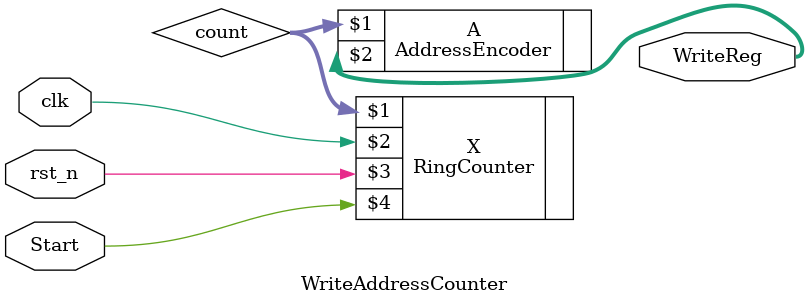
<source format=v>
`timescale 1ns / 1ps

module WriteAddressCounter(
clk, rst_n, Start, WriteReg
    );
    
    input clk;
    input rst_n;
    input Start;
    output [3:0] WriteReg;
    wire [14:0] count;
    // module RingCounter(count,clk,rst_n, en);
    RingCounter X(count, clk, rst_n, Start);
    // module AddressEncoder(AddrIn, AddrOut);
    AddressEncoder A(count, WriteReg);
endmodule

</source>
